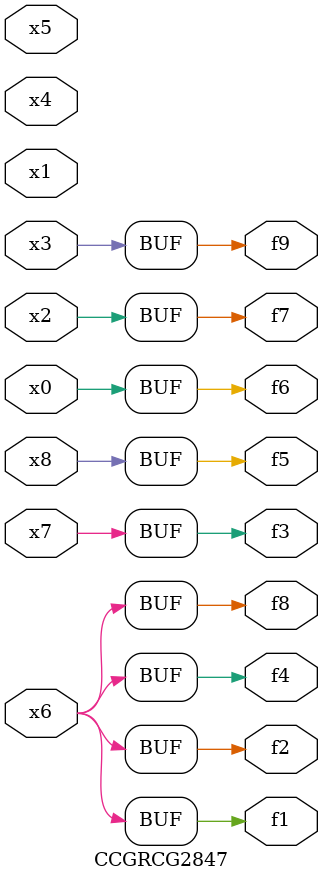
<source format=v>
module CCGRCG2847(
	input x0, x1, x2, x3, x4, x5, x6, x7, x8,
	output f1, f2, f3, f4, f5, f6, f7, f8, f9
);
	assign f1 = x6;
	assign f2 = x6;
	assign f3 = x7;
	assign f4 = x6;
	assign f5 = x8;
	assign f6 = x0;
	assign f7 = x2;
	assign f8 = x6;
	assign f9 = x3;
endmodule

</source>
